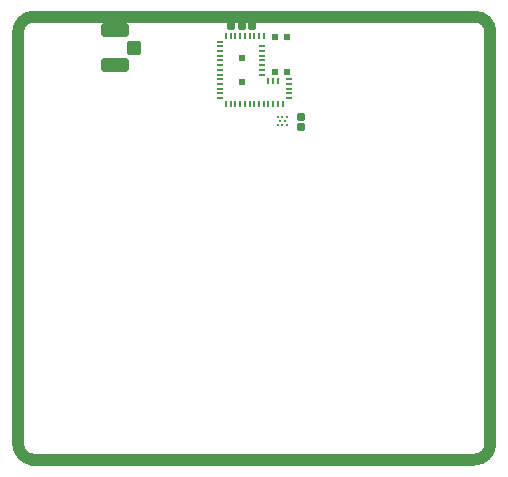
<source format=gts>
G04 Layer_Color=8388736*
%FSLAX24Y24*%
%MOIN*%
G70*
G01*
G75*
%ADD36C,0.0394*%
G04:AMPARAMS|DCode=37|XSize=27.6mil|YSize=27.6mil|CornerRadius=4.4mil|HoleSize=0mil|Usage=FLASHONLY|Rotation=270.000|XOffset=0mil|YOffset=0mil|HoleType=Round|Shape=RoundedRectangle|*
%AMROUNDEDRECTD37*
21,1,0.0276,0.0189,0,0,270.0*
21,1,0.0189,0.0276,0,0,270.0*
1,1,0.0087,-0.0094,-0.0094*
1,1,0.0087,-0.0094,0.0094*
1,1,0.0087,0.0094,0.0094*
1,1,0.0087,0.0094,-0.0094*
%
%ADD37ROUNDEDRECTD37*%
%ADD38C,0.0123*%
G04:AMPARAMS|DCode=39|XSize=45.3mil|YSize=92.6mil|CornerRadius=6.1mil|HoleSize=0mil|Usage=FLASHONLY|Rotation=90.000|XOffset=0mil|YOffset=0mil|HoleType=Round|Shape=RoundedRectangle|*
%AMROUNDEDRECTD39*
21,1,0.0453,0.0803,0,0,90.0*
21,1,0.0331,0.0926,0,0,90.0*
1,1,0.0123,0.0402,0.0165*
1,1,0.0123,0.0402,-0.0165*
1,1,0.0123,-0.0402,-0.0165*
1,1,0.0123,-0.0402,0.0165*
%
%ADD39ROUNDEDRECTD39*%
G04:AMPARAMS|DCode=40|XSize=45.3mil|YSize=47.3mil|CornerRadius=6.1mil|HoleSize=0mil|Usage=FLASHONLY|Rotation=90.000|XOffset=0mil|YOffset=0mil|HoleType=Round|Shape=RoundedRectangle|*
%AMROUNDEDRECTD40*
21,1,0.0453,0.0350,0,0,90.0*
21,1,0.0331,0.0473,0,0,90.0*
1,1,0.0123,0.0175,0.0165*
1,1,0.0123,0.0175,-0.0165*
1,1,0.0123,-0.0175,-0.0165*
1,1,0.0123,-0.0175,0.0165*
%
%ADD40ROUNDEDRECTD40*%
G04:AMPARAMS|DCode=41|XSize=23.7mil|YSize=27.6mil|CornerRadius=4mil|HoleSize=0mil|Usage=FLASHONLY|Rotation=0.000|XOffset=0mil|YOffset=0mil|HoleType=Round|Shape=RoundedRectangle|*
%AMROUNDEDRECTD41*
21,1,0.0237,0.0197,0,0,0.0*
21,1,0.0157,0.0276,0,0,0.0*
1,1,0.0079,0.0079,-0.0098*
1,1,0.0079,-0.0079,-0.0098*
1,1,0.0079,-0.0079,0.0098*
1,1,0.0079,0.0079,0.0098*
%
%ADD41ROUNDEDRECTD41*%
%ADD42R,0.0248X0.0248*%
%ADD43R,0.0209X0.0091*%
%ADD44R,0.0091X0.0209*%
D36*
X15212Y-3D02*
G03*
X15747Y532I-4J539D01*
G01*
X0Y521D02*
G03*
X524Y-3I533J9D01*
G01*
X512Y14764D02*
G03*
X1Y14253I4J-514D01*
G01*
X15748Y14262D02*
G03*
X15245Y14764I-512J-9D01*
G01*
X472Y0D02*
X15157D01*
X15748Y536D02*
Y14291D01*
X-0Y531D02*
X0Y14213D01*
X571Y14761D02*
X15276Y14761D01*
D37*
X7461Y14439D02*
D03*
X7106D02*
D03*
X7815D02*
D03*
X7461D02*
D03*
D38*
X8966Y11428D02*
D03*
Y11152D02*
D03*
X8809Y11428D02*
D03*
X8887Y11290D02*
D03*
X8809Y11152D02*
D03*
X8651Y11428D02*
D03*
X8730Y11290D02*
D03*
X8651Y11152D02*
D03*
D39*
X3229Y13139D02*
D03*
Y14321D02*
D03*
D40*
X3858Y13730D02*
D03*
D41*
X9439Y11073D02*
D03*
Y11427D02*
D03*
D42*
X8957Y12923D02*
D03*
X8563D02*
D03*
Y14075D02*
D03*
X8957D02*
D03*
X7480Y12598D02*
D03*
Y13386D02*
D03*
D43*
X8140Y13780D02*
D03*
Y13622D02*
D03*
Y13465D02*
D03*
Y13307D02*
D03*
Y13150D02*
D03*
Y12992D02*
D03*
Y12835D02*
D03*
X9016Y12677D02*
D03*
Y12520D02*
D03*
Y12362D02*
D03*
Y12205D02*
D03*
Y12047D02*
D03*
X6732D02*
D03*
Y12205D02*
D03*
Y12362D02*
D03*
Y12520D02*
D03*
Y12677D02*
D03*
Y12835D02*
D03*
Y12992D02*
D03*
Y13150D02*
D03*
Y13307D02*
D03*
Y13465D02*
D03*
Y13622D02*
D03*
Y13780D02*
D03*
Y13937D02*
D03*
D44*
X8346Y12628D02*
D03*
X8504D02*
D03*
X8661D02*
D03*
X8819Y11850D02*
D03*
X8661D02*
D03*
X8504D02*
D03*
X8346D02*
D03*
X8189D02*
D03*
X8031D02*
D03*
X7874D02*
D03*
X7717D02*
D03*
X7559D02*
D03*
X7402D02*
D03*
X7244D02*
D03*
X7087D02*
D03*
X6929D02*
D03*
Y14134D02*
D03*
X7087D02*
D03*
X7244D02*
D03*
X7402D02*
D03*
X7559D02*
D03*
X7717D02*
D03*
X7874D02*
D03*
X8031D02*
D03*
X8189D02*
D03*
M02*

</source>
